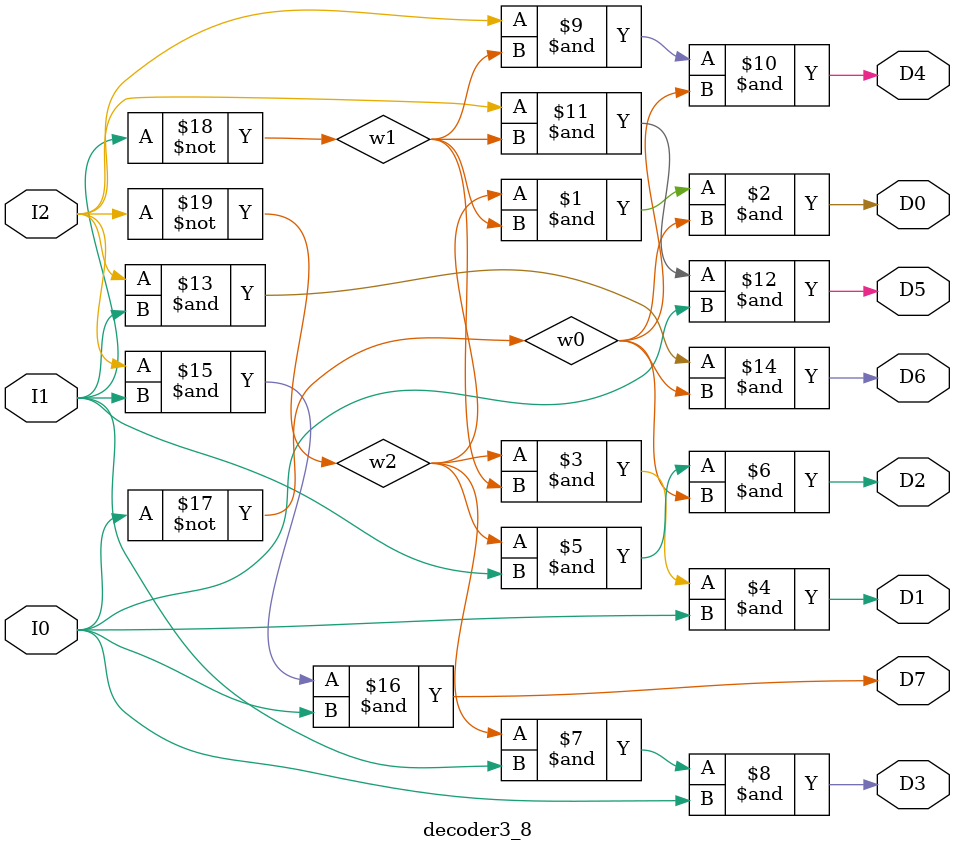
<source format=v>
`timescale 1ns / 1ps

module decoder3_8(
    output D0, D1, D2, D3, D4, D5, D6,D7,
    input I0, I1, I2
    );
    
    wire w1, w2, w0;
    not n1(w0, I0);
    not n2(w1, I1);
    not n3(w2, I2);
    
    and a0(D0, w2, w1, w0);
    and a1(D1, w2, w1, I0);
    and a2(D2, w2, I1, w0);
    and a3(D3, w2, I1, I0);
    and a4(D4, I2, w1, w0);
    and a5(D5, I2, w1, I0);
    and a6(D6, I2, I1, w0);
    and a7(D7, I2, I1, I0);
    
endmodule

</source>
